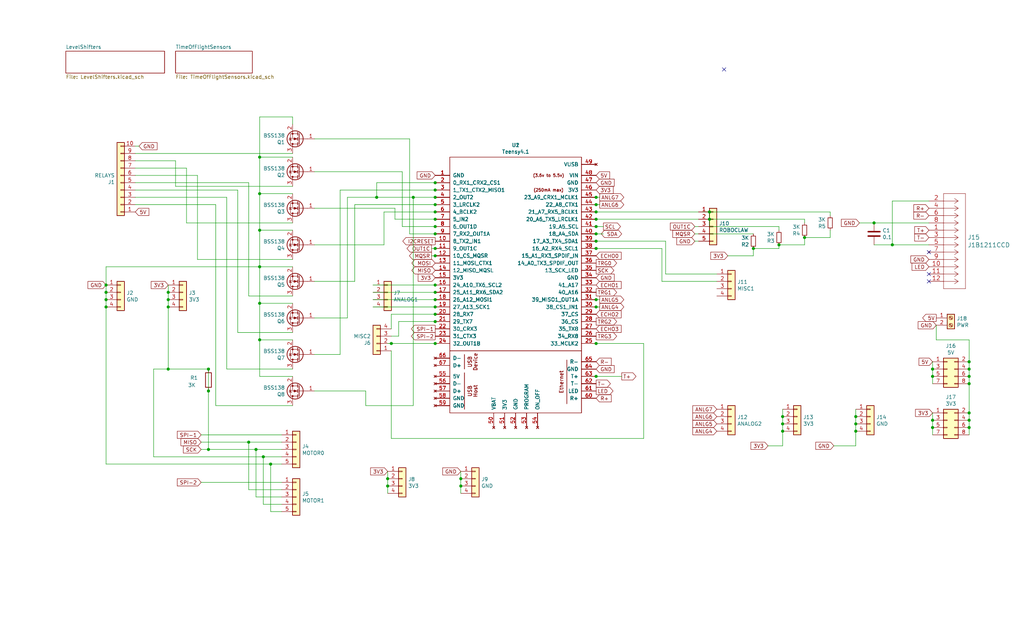
<source format=kicad_sch>
(kicad_sch (version 20250114) (generator "eeschema") (generator_version "9.0")
  (paper "USLegal")
  (title_block (title "Teensy Sensor Board") (date "2025-06-14") (rev "1") (company "Wimble Robotics"))
  (lib_symbols
    (symbol "TeensyMonitorV5-rescue:BSS138-Transistor_FET" (pin_names (hide yes))
      (property "Reference" "Q" (at 5.08 1.905 0))
      (property "Value" "BSS138-Transistor_FET" (at 5.08 0 0))
      (symbol "BSS138-Transistor_FET_0_1"
        (polyline (pts (xy 0.254 1.905) (xy 0.254 -1.905)) (stroke (width 0.254)))
        (polyline (pts (xy 0.254 0) (xy -2.54 0)))
        (polyline (pts (xy 0.762 2.286) (xy 0.762 1.27)) (stroke (width 0.254)))
        (polyline (pts (xy 0.762 0.508) (xy 0.762 -0.508)) (stroke (width 0.254)))
        (polyline (pts (xy 0.762 -1.27) (xy 0.762 -2.286)) (stroke (width 0.254)))
        (polyline (pts (xy 0.762 -1.778) (xy 3.302 -1.778) (xy 3.302 1.778) (xy 0.762 1.778)))
        (polyline (pts (xy 1.016 0) (xy 2.032 0.381) (xy 2.032 -0.381) (xy 1.016 0)) (fill (type outline)))
        (circle (center 1.651 0) (radius 2.794) (stroke (width 0.254)))
        (polyline (pts (xy 2.54 2.54) (xy 2.54 1.778)))
        (circle (center 2.54 1.778) (radius 0.254) (fill (type outline)))
        (circle (center 2.54 -1.778) (radius 0.254) (fill (type outline)))
        (polyline (pts (xy 2.54 -2.54) (xy 2.54 0) (xy 0.762 0)))
        (polyline (pts (xy 2.794 0.508) (xy 2.921 0.381) (xy 3.683 0.381) (xy 3.81 0.254)))
        (polyline (pts (xy 3.302 0.381) (xy 2.921 -0.254) (xy 3.683 -0.254) (xy 3.302 0.381)))
      )
      (symbol "BSS138-Transistor_FET_1_1"
        (pin input line (at -5.08 0 0) (length 2.54) (name "G") (number "1"))
        (pin passive line (at 2.54 5.08 270) (length 2.54) (name "D") (number "3"))
        (pin passive line (at 2.54 -5.08 90) (length 2.54) (name "S") (number "2"))
      )
    )
    (symbol "TeensyMonitorV5-rescue:C-Device" (pin_numbers (hide yes)) (pin_names (offset 0.254))
      (property "Reference" "C" (at 0.635 2.54 0))
      (property "Value" "C-Device" (at 0.635 -2.54 0))
      (symbol "C-Device_0_1"
        (polyline (pts (xy -2.032 0.762) (xy 2.032 0.762)) (stroke (width 0.508)))
        (polyline (pts (xy -2.032 -0.762) (xy 2.032 -0.762)) (stroke (width 0.508)))
      )
      (symbol "C-Device_1_1"
        (pin passive line (at 0 3.81 270) (length 2.794) (name "~") (number "1"))
        (pin passive line (at 0 -3.81 90) (length 2.794) (name "~") (number "2"))
      )
    )
    (symbol "TeensyMonitorV5-rescue:Conn_01x04-Connector_Generic" (pin_names (offset 1.016) (hide yes))
      (property "Reference" "J" (at 0 5.08 0))
      (property "Value" "Conn_01x04-Connector_Generic" (at 0 -7.62 0))
      (symbol "Conn_01x04-Connector_Generic_1_1"
        (rectangle (start -1.27 3.81) (end 1.27 -6.35) (stroke (width 0.254)) (fill (type background)))
        (rectangle (start -1.27 2.667) (end 0 2.413) (stroke (width 0.1524)))
        (rectangle (start -1.27 0.127) (end 0 -0.127) (stroke (width 0.1524)))
        (rectangle (start -1.27 -2.413) (end 0 -2.667) (stroke (width 0.1524)))
        (rectangle (start -1.27 -4.953) (end 0 -5.207) (stroke (width 0.1524)))
        (pin passive line (at -5.08 2.54 0) (length 3.81) (name "Pin_1") (number "1"))
        (pin passive line (at -5.08 0 0) (length 3.81) (name "Pin_2") (number "2"))
        (pin passive line (at -5.08 -2.54 0) (length 3.81) (name "Pin_3") (number "3"))
        (pin passive line (at -5.08 -5.08 0) (length 3.81) (name "Pin_4") (number "4"))
      )
    )
    (symbol "TeensyMonitorV5-rescue:Conn_01x05-Connector_Generic" (pin_names (offset 1.016) (hide yes))
      (property "Reference" "J" (at 0 7.62 0))
      (property "Value" "Conn_01x05-Connector_Generic" (at 0 -7.62 0))
      (symbol "Conn_01x05-Connector_Generic_1_1"
        (rectangle (start -1.27 6.35) (end 1.27 -6.35) (stroke (width 0.254)) (fill (type background)))
        (rectangle (start -1.27 5.207) (end 0 4.953) (stroke (width 0.1524)))
        (rectangle (start -1.27 2.667) (end 0 2.413) (stroke (width 0.1524)))
        (rectangle (start -1.27 0.127) (end 0 -0.127) (stroke (width 0.1524)))
        (rectangle (start -1.27 -2.413) (end 0 -2.667) (stroke (width 0.1524)))
        (rectangle (start -1.27 -4.953) (end 0 -5.207) (stroke (width 0.1524)))
        (pin passive line (at -5.08 5.08 0) (length 3.81) (name "Pin_1") (number "1"))
        (pin passive line (at -5.08 2.54 0) (length 3.81) (name "Pin_2") (number "2"))
        (pin passive line (at -5.08 0 0) (length 3.81) (name "Pin_3") (number "3"))
        (pin passive line (at -5.08 -2.54 0) (length 3.81) (name "Pin_4") (number "4"))
        (pin passive line (at -5.08 -5.08 0) (length 3.81) (name "Pin_5") (number "5"))
      )
    )
    (symbol "TeensyMonitorV5-rescue:Conn_01x10-Connector_Generic" (pin_names (offset 1.016) (hide yes))
      (property "Reference" "J" (at 0 12.7 0))
      (property "Value" "Conn_01x10-Connector_Generic" (at 0 -15.24 0))
      (symbol "Conn_01x10-Connector_Generic_1_1"
        (rectangle (start -1.27 11.43) (end 1.27 -13.97) (stroke (width 0.254)) (fill (type background)))
        (rectangle (start -1.27 10.287) (end 0 10.033) (stroke (width 0.1524)))
        (rectangle (start -1.27 7.747) (end 0 7.493) (stroke (width 0.1524)))
        (rectangle (start -1.27 5.207) (end 0 4.953) (stroke (width 0.1524)))
        (rectangle (start -1.27 2.667) (end 0 2.413) (stroke (width 0.1524)))
        (rectangle (start -1.27 0.127) (end 0 -0.127) (stroke (width 0.1524)))
        (rectangle (start -1.27 -2.413) (end 0 -2.667) (stroke (width 0.1524)))
        (rectangle (start -1.27 -4.953) (end 0 -5.207) (stroke (width 0.1524)))
        (rectangle (start -1.27 -7.493) (end 0 -7.747) (stroke (width 0.1524)))
        (rectangle (start -1.27 -10.033) (end 0 -10.287) (stroke (width 0.1524)))
        (rectangle (start -1.27 -12.573) (end 0 -12.827) (stroke (width 0.1524)))
        (pin passive line (at -5.08 10.16 0) (length 3.81) (name "Pin_1") (number "1"))
        (pin passive line (at -5.08 7.62 0) (length 3.81) (name "Pin_2") (number "2"))
        (pin passive line (at -5.08 5.08 0) (length 3.81) (name "Pin_3") (number "3"))
        (pin passive line (at -5.08 2.54 0) (length 3.81) (name "Pin_4") (number "4"))
        (pin passive line (at -5.08 0 0) (length 3.81) (name "Pin_5") (number "5"))
        (pin passive line (at -5.08 -2.54 0) (length 3.81) (name "Pin_6") (number "6"))
        (pin passive line (at -5.08 -5.08 0) (length 3.81) (name "Pin_7") (number "7"))
        (pin passive line (at -5.08 -7.62 0) (length 3.81) (name "Pin_8") (number "8"))
        (pin passive line (at -5.08 -10.16 0) (length 3.81) (name "Pin_9") (number "9"))
        (pin passive line (at -5.08 -12.7 0) (length 3.81) (name "Pin_10") (number "10"))
      )
    )
    (symbol "TeensyMonitorV5-rescue:Conn_02x04_Odd_Even-Connector_Generic" (pin_names (offset 1.016) (hide yes))
      (property "Reference" "J" (at 1.27 5.08 0))
      (property "Value" "Conn_02x04_Odd_Even-Connector_Generic" (at 1.27 -7.62 0))
      (symbol "Conn_02x04_Odd_Even-Connector_Generic_1_1"
        (rectangle (start -1.27 3.81) (end 3.81 -6.35) (stroke (width 0.254)) (fill (type background)))
        (rectangle (start -1.27 2.667) (end 0 2.413) (stroke (width 0.1524)))
        (rectangle (start -1.27 0.127) (end 0 -0.127) (stroke (width 0.1524)))
        (rectangle (start -1.27 -2.413) (end 0 -2.667) (stroke (width 0.1524)))
        (rectangle (start -1.27 -4.953) (end 0 -5.207) (stroke (width 0.1524)))
        (rectangle (start 3.81 2.667) (end 2.54 2.413) (stroke (width 0.1524)))
        (rectangle (start 3.81 0.127) (end 2.54 -0.127) (stroke (width 0.1524)))
        (rectangle (start 3.81 -2.413) (end 2.54 -2.667) (stroke (width 0.1524)))
        (rectangle (start 3.81 -4.953) (end 2.54 -5.207) (stroke (width 0.1524)))
        (pin passive line (at -5.08 2.54 0) (length 3.81) (name "Pin_1") (number "1"))
        (pin passive line (at -5.08 0 0) (length 3.81) (name "Pin_3") (number "3"))
        (pin passive line (at -5.08 -2.54 0) (length 3.81) (name "Pin_5") (number "5"))
        (pin passive line (at -5.08 -5.08 0) (length 3.81) (name "Pin_7") (number "7"))
        (pin passive line (at 7.62 2.54 180) (length 3.81) (name "Pin_2") (number "2"))
        (pin passive line (at 7.62 0 180) (length 3.81) (name "Pin_4") (number "4"))
        (pin passive line (at 7.62 -2.54 180) (length 3.81) (name "Pin_6") (number "6"))
        (pin passive line (at 7.62 -5.08 180) (length 3.81) (name "Pin_8") (number "8"))
      )
    )
    (symbol "TeensyMonitorV5-rescue:J1B1211CCD-WizNet" (pin_names (offset 0.254) (hide yes))
      (property "Reference" "J" (at 8.89 6.35 0))
      (property "Value" "J1B1211CCD-WizNet" (at 10.16 -15.24 0))
      (symbol "J1B1211CCD-WizNet_1_1"
        (polyline (pts (xy 5.08 2.54) (xy 5.08 -30.48)) (stroke (width 0.127)))
        (polyline (pts (xy 5.08 -30.48) (xy 12.7 -30.48)) (stroke (width 0.127)))
        (polyline (pts (xy 10.16 0) (xy 5.08 0)) (stroke (width 0.127)))
        (polyline (pts (xy 10.16 0) (xy 8.89 0.8382)) (stroke (width 0.127)))
        (polyline (pts (xy 10.16 0) (xy 8.89 -0.8382)) (stroke (width 0.127)))
        (polyline (pts (xy 10.16 -2.54) (xy 5.08 -2.54)) (stroke (width 0.127)))
        (polyline (pts (xy 10.16 -2.54) (xy 8.89 -1.7018)) (stroke (width 0.127)))
        (polyline (pts (xy 10.16 -2.54) (xy 8.89 -3.3782)) (stroke (width 0.127)))
        (polyline (pts (xy 10.16 -5.08) (xy 5.08 -5.08)) (stroke (width 0.127)))
        (polyline (pts (xy 10.16 -5.08) (xy 8.89 -4.2418)) (stroke (width 0.127)))
        (polyline (pts (xy 10.16 -5.08) (xy 8.89 -5.9182)) (stroke (width 0.127)))
        (polyline (pts (xy 10.16 -7.62) (xy 5.08 -7.62)) (stroke (width 0.127)))
        (polyline (pts (xy 10.16 -7.62) (xy 8.89 -6.7818)) (stroke (width 0.127)))
        (polyline (pts (xy 10.16 -7.62) (xy 8.89 -8.4582)) (stroke (width 0.127)))
        (polyline (pts (xy 10.16 -10.16) (xy 5.08 -10.16)) (stroke (width 0.127)))
        (polyline (pts (xy 10.16 -10.16) (xy 8.89 -9.3218)) (stroke (width 0.127)))
        (polyline (pts (xy 10.16 -10.16) (xy 8.89 -10.9982)) (stroke (width 0.127)))
        (polyline (pts (xy 10.16 -12.7) (xy 5.08 -12.7)) (stroke (width 0.127)))
        (polyline (pts (xy 10.16 -12.7) (xy 8.89 -11.8618)) (stroke (width 0.127)))
        (polyline (pts (xy 10.16 -12.7) (xy 8.89 -13.5382)) (stroke (width 0.127)))
        (polyline (pts (xy 10.16 -15.24) (xy 5.08 -15.24)) (stroke (width 0.127)))
        (polyline (pts (xy 10.16 -15.24) (xy 8.89 -14.4018)) (stroke (width 0.127)))
        (polyline (pts (xy 10.16 -15.24) (xy 8.89 -16.0782)) (stroke (width 0.127)))
        (polyline (pts (xy 10.16 -17.78) (xy 5.08 -17.78)) (stroke (width 0.127)))
        (polyline (pts (xy 10.16 -17.78) (xy 8.89 -16.9418)) (stroke (width 0.127)))
        (polyline (pts (xy 10.16 -17.78) (xy 8.89 -18.6182)) (stroke (width 0.127)))
        (polyline (pts (xy 10.16 -20.32) (xy 5.08 -20.32)) (stroke (width 0.127)))
        (polyline (pts (xy 10.16 -20.32) (xy 8.89 -19.4818)) (stroke (width 0.127)))
        (polyline (pts (xy 10.16 -20.32) (xy 8.89 -21.1582)) (stroke (width 0.127)))
        (polyline (pts (xy 10.16 -22.86) (xy 5.08 -22.86)) (stroke (width 0.127)))
        (polyline (pts (xy 10.16 -22.86) (xy 8.89 -22.0218)) (stroke (width 0.127)))
        (polyline (pts (xy 10.16 -22.86) (xy 8.89 -23.6982)) (stroke (width 0.127)))
        (polyline (pts (xy 10.16 -25.4) (xy 5.08 -25.4)) (stroke (width 0.127)))
        (polyline (pts (xy 10.16 -25.4) (xy 8.89 -24.5618)) (stroke (width 0.127)))
        (polyline (pts (xy 10.16 -25.4) (xy 8.89 -26.2382)) (stroke (width 0.127)))
        (polyline (pts (xy 10.16 -27.94) (xy 5.08 -27.94)) (stroke (width 0.127)))
        (polyline (pts (xy 10.16 -27.94) (xy 8.89 -27.1018)) (stroke (width 0.127)))
        (polyline (pts (xy 10.16 -27.94) (xy 8.89 -28.7782)) (stroke (width 0.127)))
        (polyline (pts (xy 12.7 2.54) (xy 5.08 2.54)) (stroke (width 0.127)))
        (polyline (pts (xy 12.7 -30.48) (xy 12.7 2.54)) (stroke (width 0.127)))
        (pin input line (at 0 0 0) (length 5.08) (name "TX_CNTR") (number "2"))
        (pin output line (at 0 -2.54 0) (length 5.08) (name "RX+") (number "4"))
        (pin output line (at 0 -5.08 0) (length 5.08) (name "RX-") (number "6"))
        (pin power_in line (at 0 -7.62 0) (length 5.08) (name "GND") (number "8"))
        (pin input line (at 0 -10.16 0) (length 5.08) (name "TX+") (number "1"))
        (pin input line (at 0 -12.7 0) (length 5.08) (name "TX-") (number "3"))
        (pin input line (at 0 -15.24 0) (length 5.08) (name "RC_CNTR") (number "5"))
        (pin no_connect line (at 0 -17.78 0) (length 5.08) (name "NC") (number "7"))
        (pin power_in line (at 0 -20.32 0) (length 5.08) (name "LEDGND") (number "9"))
        (pin input line (at 0 -22.86 0) (length 5.08) (name "LED") (number "10"))
        (pin power_in line (at 0 -25.4 0) (length 5.08) (name "LED2_GND") (number "11"))
        (pin power_in line (at 0 -27.94 0) (length 5.08) (name "LED2") (number "12"))
      )
    )
    (symbol "TeensyMonitorV5-rescue:R-Device" (pin_numbers (hide yes)) (pin_names (offset 0))
      (property "Reference" "R" (at 2.032 0 90))
      (property "Value" "R-Device" (at 0 0 90))
      (symbol "R-Device_0_1"
        (rectangle (start -1.016 -2.54) (end 1.016 2.54) (stroke (width 0.254)))
      )
      (symbol "R-Device_1_1"
        (pin passive line (at 0 3.81 270) (length 1.27) (name "~") (number "1"))
        (pin passive line (at 0 -3.81 90) (length 1.27) (name "~") (number "2"))
      )
    )
    (symbol "TeensyMonitorV5-rescue:R_Small-Device" (pin_numbers (hide yes)) (pin_names (offset 0.254) (hide yes))
      (property "Reference" "R" (at 0.762 0.508 0))
      (property "Value" "R_Small-Device" (at 0.762 -1.016 0))
      (symbol "R_Small-Device_0_1"
        (rectangle (start -0.762 1.778) (end 0.762 -1.778) (stroke (width 0.2032)))
      )
      (symbol "R_Small-Device_1_1"
        (pin passive line (at 0 2.54 270) (length 0.762) (name "~") (number "1"))
        (pin passive line (at 0 -2.54 90) (length 0.762) (name "~") (number "2"))
      )
    )
    (symbol "TeensyMonitorV5-rescue:Screw_Terminal_01x02-Connector" (pin_names (offset 1.016) (hide yes))
      (property "Reference" "J" (at 0 2.54 0))
      (property "Value" "Screw_Terminal_01x02-Connector" (at 0 -5.08 0))
      (symbol "Screw_Terminal_01x02-Connector_1_1"
        (rectangle (start -1.27 1.27) (end 1.27 -3.81) (stroke (width 0.254)) (fill (type background)))
        (polyline (pts (xy -0.5334 0.3302) (xy 0.3302 -0.508)) (stroke (width 0.1524)))
        (polyline (pts (xy -0.5334 -2.2098) (xy 0.3302 -3.048)) (stroke (width 0.1524)))
        (polyline (pts (xy -0.3556 0.508) (xy 0.508 -0.3302)) (stroke (width 0.1524)))
        (polyline (pts (xy -0.3556 -2.032) (xy 0.508 -2.8702)) (stroke (width 0.1524)))
        (circle (center 0 0) (radius 0.635) (stroke (width 0.1524)))
        (circle (center 0 -2.54) (radius 0.635) (stroke (width 0.1524)))
        (pin passive line (at -5.08 0 0) (length 3.81) (name "Pin_1") (number "1"))
        (pin passive line (at -5.08 -2.54 0) (length 3.81) (name "Pin_2") (number "2"))
      )
    )
    (symbol "TeensyMonitorV5-rescue:Teensy4.1-teensy" (pin_names (offset 1.016))
      (property "Reference" "U" (at 0 64.77 0))
      (property "Value" "Teensy4.1-teensy" (at 0 62.23 0))
      (symbol "Teensy4.1-teensy_0_0"
        (polyline (pts (xy -22.86 -6.35) (xy 22.86 -6.35)))
        (polyline (pts (xy -17.78 -7.62) (xy -17.78 -12.7)))
        (polyline (pts (xy -17.78 -26.67) (xy -17.78 -13.97)))
        (polyline (pts (xy 17.78 -9.525) (xy 17.78 -24.765)))
        (text "USB" (at -15.875 -10.16 900) (effects (font (size 1.27 1.27))))
        (text "USB" (at -15.875 -20.32 900) (effects (font (size 1.27 1.27))))
        (text "Device" (at -13.97 -10.16 900) (effects (font (size 1.27 1.27))))
        (text "Host" (at -13.97 -20.32 900) (effects (font (size 1.27 1.27))))
        (text "(3.6v to 5.5v)" (at 11.43 54.61 0) (effects (font (size 1.016 1.016))))
        (text "(250mA max)" (at 11.43 49.53 0) (effects (font (size 1.016 1.016))))
        (text "Ethernet" (at 15.875 -17.145 900) (effects (font (size 1.27 1.27))))
        (pin bidirectional line (at -27.94 44.45 0) (length 5.08) (name "3_LRCLK2") (number "5"))
        (pin bidirectional line (at -27.94 41.91 0) (length 5.08) (name "4_BCLK2") (number "6"))
        (pin bidirectional line (at -27.94 39.37 0) (length 5.08) (name "5_IN2") (number "7"))
        (pin bidirectional line (at -27.94 36.83 0) (length 5.08) (name "6_OUT1D") (number "8"))
        (pin bidirectional line (at -27.94 34.29 0) (length 5.08) (name "7_RX2_OUT1A") (number "9"))
        (pin bidirectional line (at -27.94 31.75 0) (length 5.08) (name "8_TX2_IN1") (number "10"))
        (pin bidirectional line (at -27.94 29.21 0) (length 5.08) (name "9_OUT1C") (number "11"))
        (pin bidirectional line (at -27.94 26.67 0) (length 5.08) (name "10_CS_MQSR") (number "12"))
        (pin bidirectional line (at -27.94 24.13 0) (length 5.08) (name "11_MOSI_CTX1") (number "13"))
        (pin bidirectional line (at -27.94 21.59 0) (length 5.08) (name "12_MISO_MQSL") (number "14"))
        (pin power_in line (at -27.94 19.05 0) (length 5.08) (name "3V3") (number "15"))
        (pin bidirectional line (at -27.94 16.51 0) (length 5.08) (name "24_A10_TX6_SCL2") (number "16"))
        (pin bidirectional line (at -27.94 13.97 0) (length 5.08) (name "25_A11_RX6_SDA2") (number "17"))
        (pin bidirectional line (at -27.94 11.43 0) (length 5.08) (name "26_A12_MOSI1") (number "18"))
        (pin bidirectional line (at -27.94 8.89 0) (length 5.08) (name "27_A13_SCK1") (number "19"))
        (pin bidirectional line (at -27.94 6.35 0) (length 5.08) (name "28_RX7") (number "20"))
        (pin bidirectional line (at -27.94 3.81 0) (length 5.08) (name "29_TX7") (number "21"))
        (pin bidirectional line (at -27.94 1.27 0) (length 5.08) (name "30_CRX3") (number "22"))
        (pin bidirectional line (at -27.94 -1.27 0) (length 5.08) (name "31_CTX3") (number "23"))
        (pin bidirectional line (at -27.94 -3.81 0) (length 5.08) (name "32_OUT1B") (number "24"))
        (pin no_connect line (at -27.94 -8.89 0) (length 5.08) (name "D-") (number "66"))
        (pin no_connect line (at -27.94 -11.43 0) (length 5.08) (name "D+") (number "67"))
        (pin no_connect line (at -27.94 -15.24 0) (length 5.08) (name "5V") (number "55"))
        (pin no_connect line (at -27.94 -17.78 0) (length 5.08) (name "D-") (number "56"))
        (pin no_connect line (at -27.94 -20.32 0) (length 5.08) (name "D+") (number "57"))
        (pin no_connect line (at -27.94 -22.86 0) (length 5.08) (name "GND") (number "58"))
        (pin no_connect line (at -27.94 -25.4 0) (length 5.08) (name "GND") (number "59"))
        (pin no_connect line (at -7.62 -33.02 90) (length 5.08) (name "VBAT") (number "50"))
        (pin no_connect line (at -3.81 -33.02 90) (length 5.08) (name "3V3") (number "51"))
        (pin no_connect line (at 0 -33.02 90) (length 5.08) (name "GND") (number "52"))
        (pin no_connect line (at 3.81 -33.02 90) (length 5.08) (name "PROGRAM") (number "53"))
        (pin no_connect line (at 7.62 -33.02 90) (length 5.08) (name "ON_OFF") (number "54"))
        (pin no_connect line (at 27.94 58.42 180) (length 5.08) (name "VUSB") (number "49"))
        (pin power_in line (at 27.94 54.61 180) (length 5.08) (name "VIN") (number "48"))
        (pin output line (at 27.94 52.07 180) (length 5.08) (name "GND") (number "47"))
        (pin output line (at 27.94 49.53 180) (length 5.08) (name "3V3") (number "46"))
        (pin bidirectional line (at 27.94 46.99 180) (length 5.08) (name "23_A9_CRX1_MCLK1") (number "45"))
        (pin bidirectional line (at 27.94 44.45 180) (length 5.08) (name "22_A8_CTX1") (number "44"))
        (pin bidirectional line (at 27.94 41.91 180) (length 5.08) (name "21_A7_RX5_BCLK1") (number "43"))
        (pin bidirectional line (at 27.94 39.37 180) (length 5.08) (name "20_A6_TX5_LRCLK1") (number "42"))
        (pin bidirectional line (at 27.94 36.83 180) (length 5.08) (name "19_A5_SCL") (number "41"))
        (pin bidirectional line (at 27.94 34.29 180) (length 5.08) (name "18_A4_SDA") (number "40"))
        (pin bidirectional line (at 27.94 31.75 180) (length 5.08) (name "17_A3_TX4_SDA1") (number "39"))
        (pin bidirectional line (at 27.94 29.21 180) (length 5.08) (name "16_A2_RX4_SCL1") (number "38"))
        (pin bidirectional line (at 27.94 26.67 180) (length 5.08) (name "15_A1_RX3_SPDIF_IN") (number "37"))
        (pin bidirectional line (at 27.94 24.13 180) (length 5.08) (name "14_A0_TX3_SPDIF_OUT") (number "36"))
        (pin bidirectional line (at 27.94 21.59 180) (length 5.08) (name "13_SCK_LED") (number "35"))
        (pin bidirectional line (at 27.94 16.51 180) (length 5.08) (name "41_A17") (number "33"))
        (pin bidirectional line (at 27.94 13.97 180) (length 5.08) (name "40_A16") (number "32"))
        (pin bidirectional line (at 27.94 11.43 180) (length 5.08) (name "39_MISO1_OUT1A") (number "31"))
        (pin bidirectional line (at 27.94 8.89 180) (length 5.08) (name "38_CS1_IN1") (number "30"))
        (pin bidirectional line (at 27.94 6.35 180) (length 5.08) (name "37_CS") (number "29"))
        (pin bidirectional line (at 27.94 3.81 180) (length 5.08) (name "36_CS") (number "28"))
        (pin bidirectional line (at 27.94 1.27 180) (length 5.08) (name "35_TX8") (number "27"))
        (pin bidirectional line (at 27.94 -1.27 180) (length 5.08) (name "34_RX8") (number "26"))
        (pin bidirectional line (at 27.94 -3.81 180) (length 5.08) (name "33_MCLK2") (number "25"))
        (pin input line (at 27.94 -10.16 180) (length 5.08) (name "R-") (number "65"))
        (pin power_in line (at 27.94 -12.7 180) (length 5.08) (name "GND") (number "64"))
        (pin output line (at 27.94 -15.24 180) (length 5.08) (name "T+") (number "63"))
        (pin output line (at 27.94 -17.78 180) (length 5.08) (name "T-") (number "62"))
        (pin power_out line (at 27.94 -20.32 180) (length 5.08) (name "LED") (number "61"))
        (pin input line (at 27.94 -22.86 180) (length 5.08) (name "R+") (number "60"))
      )
      (symbol "Teensy4.1-teensy_0_1"
        (rectangle (start -22.86 60.96) (end 22.86 -27.94))
        (rectangle (start -20.32 -1.27) (end -20.32 -1.27))
      )
      (symbol "Teensy4.1-teensy_1_1"
        (pin power_in line (at -27.94 54.61 0) (length 5.08) (name "GND") (number "1"))
        (pin bidirectional line (at -27.94 52.07 0) (length 5.08) (name "0_RX1_CRX2_CS1") (number "2"))
        (pin bidirectional line (at -27.94 49.53 0) (length 5.08) (name "1_TX1_CTX2_MISO1") (number "3"))
        (pin bidirectional line (at -27.94 46.99 0) (length 5.08) (name "2_OUT2") (number "4"))
        (pin power_in line (at 27.94 19.05 180) (length 5.08) (name "GND") (number "34"))
      )
    )
  )
  (junction (at 151.13 73.66))
  (junction (at 151.13 111.76))
  (junction (at 151.13 109.22))
  (junction (at 151.13 76.2))
  (junction (at 323.85 146.05))
  (junction (at 336.55 133.35))
  (junction (at 151.13 104.14))
  (junction (at 207.01 73.66))
  (junction (at 297.18 149.86))
  (junction (at 72.39 156.21))
  (junction (at 58.42 101.6))
  (junction (at 72.39 135.89))
  (junction (at 323.85 128.27))
  (junction (at 246.38 76.2))
  (junction (at 160.02 166.37))
  (junction (at 151.13 68.58))
  (junction (at 336.55 143.51))
  (junction (at 130.81 68.58))
  (junction (at 207.01 71.12))
  (junction (at 297.18 144.78))
  (junction (at 93.98 161.29))
  (junction (at 151.13 71.12))
  (junction (at 72.39 128.27))
  (junction (at 134.62 166.37))
  (junction (at 270.51 85.09))
  (junction (at 151.13 106.68))
  (junction (at 261.62 86.36))
  (junction (at 134.62 168.91))
  (junction (at 86.36 153.67))
  (junction (at 336.55 128.27))
  (junction (at 303.53 77.47))
  (junction (at 90.17 118.11))
  (junction (at 151.13 78.74))
  (junction (at 90.17 80.01))
  (junction (at 207.01 68.58))
  (junction (at 207.01 83.82))
  (junction (at 160.02 168.91))
  (junction (at 58.42 128.27))
  (junction (at 151.13 63.5))
  (junction (at 151.13 81.28))
  (junction (at 151.13 86.36))
  (junction (at 151.13 99.06))
  (junction (at 271.78 149.86))
  (junction (at 207.01 86.36))
  (junction (at 279.4 82.55))
  (junction (at 323.85 148.59))
  (junction (at 91.44 158.75))
  (junction (at 143.51 68.58))
  (junction (at 309.88 85.09))
  (junction (at 90.17 105.41))
  (junction (at 36.83 99.06))
  (junction (at 90.17 54.61))
  (junction (at 271.78 147.32))
  (junction (at 336.55 130.81))
  (junction (at 207.01 81.28))
  (junction (at 90.17 92.71))
  (junction (at 207.01 130.81))
  (junction (at 36.83 101.6))
  (junction (at 246.38 73.66))
  (junction (at 323.85 130.81))
  (junction (at 36.83 106.68))
  (junction (at 207.01 76.2))
  (junction (at 207.01 78.74))
  (junction (at 336.55 148.59))
  (junction (at 207.01 106.68))
  (junction (at 297.18 147.32))
  (junction (at 151.13 88.9))
  (junction (at 88.9 156.21))
  (junction (at 207.01 104.14))
  (junction (at 271.78 144.78))
  (junction (at 336.55 146.05))
  (junction (at 135.89 119.38))
  (junction (at 58.42 106.68))
  (junction (at 151.13 66.04))
  (junction (at 58.42 104.14))
  (junction (at 151.13 119.38))
  (junction (at 207.01 119.38))
  (junction (at 151.13 101.6))
  (junction (at 90.17 67.31))
  (junction (at 336.55 125.73))
  (junction (at 36.83 104.14))
  (no_connect (at 322.58 87.63))
  (no_connect (at 322.58 95.25))
  (no_connect (at 251.46 24.13))
  (no_connect (at 322.58 97.79))
  (wire (pts (xy 109.22 97.79) (xy 123.19 97.79)))
  (wire (pts (xy 246.38 78.74) (xy 270.51 78.74)))
  (wire (pts (xy 46.99 60.96) (xy 68.58 60.96)))
  (wire (pts (xy 101.6 118.11) (xy 90.17 118.11)))
  (wire (pts (xy 279.4 85.09) (xy 270.51 85.09)))
  (wire (pts (xy 90.17 54.61) (xy 90.17 67.31)))
  (wire (pts (xy 241.3 78.74) (xy 242.57 78.74)))
  (wire (pts (xy 336.55 130.81) (xy 336.55 133.35)))
  (wire (pts (xy 207.01 83.82) (xy 231.14 83.82)))
  (wire (pts (xy 160.02 163.83) (xy 160.02 166.37)))
  (wire (pts (xy 64.77 77.47) (xy 101.6 77.47)))
  (wire (pts (xy 127 140.97) (xy 143.51 140.97)))
  (wire (pts (xy 270.51 78.74) (xy 270.51 80.01)))
  (wire (pts (xy 271.78 147.32) (xy 271.78 149.86)))
  (wire (pts (xy 86.36 170.18) (xy 86.36 153.67)))
  (wire (pts (xy 151.13 81.28) (xy 142.24 81.28)))
  (wire (pts (xy 207.01 86.36) (xy 229.87 86.36)))
  (wire (pts (xy 297.18 147.32) (xy 297.18 149.86)))
  (wire (pts (xy 93.98 161.29) (xy 97.79 161.29)))
  (wire (pts (xy 241.3 83.82) (xy 242.57 83.82)))
  (wire (pts (xy 207.01 106.68) (xy 208.28 106.68)))
  (wire (pts (xy 90.17 54.61) (xy 90.17 40.64)))
  (wire (pts (xy 288.29 82.55) (xy 279.4 82.55)))
  (wire (pts (xy 134.62 119.38) (xy 135.89 119.38)))
  (wire (pts (xy 207.01 71.12) (xy 208.28 71.12)))
  (wire (pts (xy 322.58 69.85) (xy 309.88 69.85)))
  (wire (pts (xy 151.13 111.76) (xy 138.43 111.76)))
  (wire (pts (xy 93.98 177.8) (xy 93.98 161.29)))
  (wire (pts (xy 241.3 81.28) (xy 242.57 81.28)))
  (wire (pts (xy 69.85 151.13) (xy 97.79 151.13)))
  (wire (pts (xy 46.99 71.12) (xy 74.93 71.12)))
  (wire (pts (xy 246.38 76.2) (xy 279.4 76.2)))
  (wire (pts (xy 133.35 73.66) (xy 151.13 73.66)))
  (wire (pts (xy 90.17 118.11) (xy 90.17 130.81)))
  (wire (pts (xy 97.79 170.18) (xy 86.36 170.18)))
  (wire (pts (xy 207.01 76.2) (xy 242.57 76.2)))
  (wire (pts (xy 120.65 110.49) (xy 120.65 68.58)))
  (wire (pts (xy 53.34 158.75) (xy 91.44 158.75)))
  (wire (pts (xy 246.38 81.28) (xy 261.62 81.28)))
  (wire (pts (xy 90.17 67.31) (xy 90.17 80.01)))
  (wire (pts (xy 271.78 144.78) (xy 271.78 147.32)))
  (wire (pts (xy 46.99 55.88) (xy 60.96 55.88)))
  (wire (pts (xy 271.78 142.24) (xy 271.78 144.78)))
  (wire (pts (xy 134.62 168.91) (xy 134.62 171.45)))
  (wire (pts (xy 137.16 76.2) (xy 151.13 76.2)))
  (wire (pts (xy 46.99 53.34) (xy 101.6 53.34)))
  (wire (pts (xy 135.89 109.22) (xy 135.89 114.3)))
  (wire (pts (xy 88.9 172.72) (xy 88.9 156.21)))
  (wire (pts (xy 231.14 83.82) (xy 231.14 95.25)))
  (wire (pts (xy 288.29 74.93) (xy 288.29 73.66)))
  (wire (pts (xy 151.13 78.74) (xy 139.7 78.74)))
  (wire (pts (xy 142.24 48.26) (xy 109.22 48.26)))
  (wire (pts (xy 336.55 148.59) (xy 336.55 146.05)))
  (wire (pts (xy 246.38 73.66) (xy 246.38 76.2)))
  (wire (pts (xy 129.54 99.06) (xy 151.13 99.06)))
  (wire (pts (xy 336.55 146.05) (xy 336.55 143.51)))
  (wire (pts (xy 336.55 125.73) (xy 336.55 118.11)))
  (wire (pts (xy 72.39 128.27) (xy 72.39 135.89)))
  (wire (pts (xy 130.81 68.58) (xy 130.81 63.5)))
  (wire (pts (xy 134.62 163.83) (xy 134.62 166.37)))
  (wire (pts (xy 90.17 40.64) (xy 101.6 40.64)))
  (wire (pts (xy 127 135.89) (xy 109.22 135.89)))
  (wire (pts (xy 336.55 130.81) (xy 336.55 128.27)))
  (wire (pts (xy 109.22 110.49) (xy 120.65 110.49)))
  (wire (pts (xy 101.6 105.41) (xy 90.17 105.41)))
  (wire (pts (xy 309.88 85.09) (xy 322.58 85.09)))
  (wire (pts (xy 207.01 81.28) (xy 209.55 81.28)))
  (wire (pts (xy 74.93 140.97) (xy 101.6 140.97)))
  (wire (pts (xy 97.79 177.8) (xy 93.98 177.8)))
  (wire (pts (xy 91.44 175.26) (xy 91.44 158.75)))
  (wire (pts (xy 97.79 153.67) (xy 86.36 153.67)))
  (wire (pts (xy 36.83 101.6) (xy 36.83 104.14)))
  (wire (pts (xy 229.87 97.79) (xy 248.92 97.79)))
  (wire (pts (xy 90.17 92.71) (xy 36.83 92.71)))
  (wire (pts (xy 160.02 168.91) (xy 160.02 171.45)))
  (wire (pts (xy 143.51 68.58) (xy 151.13 68.58)))
  (wire (pts (xy 68.58 60.96) (xy 68.58 90.17)))
  (wire (pts (xy 90.17 92.71) (xy 90.17 105.41)))
  (wire (pts (xy 58.42 106.68) (xy 58.42 128.27)))
  (wire (pts (xy 88.9 156.21) (xy 97.79 156.21)))
  (wire (pts (xy 109.22 123.19) (xy 118.11 123.19)))
  (wire (pts (xy 288.29 80.01) (xy 288.29 82.55)))
  (wire (pts (xy 323.85 146.05) (xy 323.85 143.51)))
  (wire (pts (xy 127 140.97) (xy 127 135.89)))
  (wire (pts (xy 86.36 153.67) (xy 69.85 153.67)))
  (wire (pts (xy 58.42 128.27) (xy 72.39 128.27)))
  (wire (pts (xy 151.13 109.22) (xy 135.89 109.22)))
  (wire (pts (xy 229.87 86.36) (xy 229.87 97.79)))
  (wire (pts (xy 60.96 64.77) (xy 101.6 64.77)))
  (wire (pts (xy 109.22 85.09) (xy 133.35 85.09)))
  (wire (pts (xy 86.36 102.87) (xy 101.6 102.87)))
  (wire (pts (xy 207.01 119.38) (xy 223.52 119.38)))
  (wire (pts (xy 135.89 152.4) (xy 135.89 121.92)))
  (wire (pts (xy 288.29 73.66) (xy 246.38 73.66)))
  (wire (pts (xy 323.85 130.81) (xy 323.85 128.27)))
  (wire (pts (xy 297.18 142.24) (xy 297.18 144.78)))
  (wire (pts (xy 97.79 172.72) (xy 88.9 172.72)))
  (wire (pts (xy 78.74 128.27) (xy 78.74 68.58)))
  (wire (pts (xy 120.65 68.58) (xy 130.81 68.58)))
  (wire (pts (xy 142.24 81.28) (xy 142.24 48.26)))
  (wire (pts (xy 36.83 99.06) (xy 36.83 101.6)))
  (wire (pts (xy 303.53 77.47) (xy 322.58 77.47)))
  (wire (pts (xy 297.18 154.94) (xy 289.56 154.94)))
  (wire (pts (xy 271.78 154.94) (xy 266.7 154.94)))
  (wire (pts (xy 271.78 149.86) (xy 271.78 154.94)))
  (wire (pts (xy 215.9 130.81) (xy 207.01 130.81)))
  (wire (pts (xy 78.74 128.27) (xy 101.6 128.27)))
  (wire (pts (xy 323.85 151.13) (xy 323.85 148.59)))
  (wire (pts (xy 101.6 40.64) (xy 101.6 43.18)))
  (wire (pts (xy 243.84 73.66) (xy 246.38 73.66)))
  (wire (pts (xy 149.86 88.9) (xy 151.13 88.9)))
  (wire (pts (xy 133.35 85.09) (xy 133.35 73.66)))
  (wire (pts (xy 97.79 167.64) (xy 69.85 167.64)))
  (wire (pts (xy 129.54 106.68) (xy 151.13 106.68)))
  (wire (pts (xy 279.4 82.55) (xy 279.4 85.09)))
  (wire (pts (xy 90.17 105.41) (xy 90.17 118.11)))
  (wire (pts (xy 118.11 66.04) (xy 151.13 66.04)))
  (wire (pts (xy 64.77 58.42) (xy 64.77 77.47)))
  (wire (pts (xy 323.85 128.27) (xy 323.85 125.73)))
  (wire (pts (xy 69.85 156.21) (xy 72.39 156.21)))
  (wire (pts (xy 123.19 97.79) (xy 123.19 71.12)))
  (wire (pts (xy 101.6 54.61) (xy 90.17 54.61)))
  (wire (pts (xy 101.6 92.71) (xy 90.17 92.71)))
  (wire (pts (xy 138.43 116.84) (xy 135.89 116.84)))
  (wire (pts (xy 53.34 158.75) (xy 53.34 128.27)))
  (wire (pts (xy 134.62 166.37) (xy 134.62 168.91)))
  (wire (pts (xy 74.93 71.12) (xy 74.93 140.97)))
  (wire (pts (xy 86.36 102.87) (xy 86.36 63.5)))
  (wire (pts (xy 336.55 151.13) (xy 336.55 148.59)))
  (wire (pts (xy 207.01 104.14) (xy 208.28 104.14)))
  (wire (pts (xy 325.12 113.03) (xy 325.12 118.11)))
  (wire (pts (xy 101.6 130.81) (xy 90.17 130.81)))
  (wire (pts (xy 101.6 80.01) (xy 90.17 80.01)))
  (wire (pts (xy 72.39 156.21) (xy 88.9 156.21)))
  (wire (pts (xy 97.79 175.26) (xy 91.44 175.26)))
  (wire (pts (xy 223.52 152.4) (xy 135.89 152.4)))
  (wire (pts (xy 46.99 58.42) (xy 64.77 58.42)))
  (wire (pts (xy 279.4 76.2) (xy 279.4 77.47)))
  (wire (pts (xy 160.02 166.37) (xy 160.02 168.91)))
  (wire (pts (xy 82.55 115.57) (xy 101.6 115.57)))
  (wire (pts (xy 270.51 86.36) (xy 261.62 86.36)))
  (wire (pts (xy 68.58 90.17) (xy 101.6 90.17)))
  (wire (pts (xy 252.73 88.9) (xy 261.62 88.9)))
  (wire (pts (xy 36.83 161.29) (xy 93.98 161.29)))
  (wire (pts (xy 129.54 104.14) (xy 151.13 104.14)))
  (wire (pts (xy 207.01 68.58) (xy 208.28 68.58)))
  (wire (pts (xy 323.85 133.35) (xy 323.85 130.81)))
  (wire (pts (xy 139.7 78.74) (xy 139.7 59.69)))
  (wire (pts (xy 36.83 106.68) (xy 36.83 161.29)))
  (wire (pts (xy 82.55 115.57) (xy 82.55 66.04)))
  (wire (pts (xy 336.55 143.51) (xy 336.55 133.35)))
  (wire (pts (xy 129.54 101.6) (xy 151.13 101.6)))
  (wire (pts (xy 325.12 118.11) (xy 336.55 118.11)))
  (wire (pts (xy 139.7 59.69) (xy 109.22 59.69)))
  (wire (pts (xy 138.43 111.76) (xy 138.43 116.84)))
  (wire (pts (xy 46.99 66.04) (xy 82.55 66.04)))
  (wire (pts (xy 223.52 119.38) (xy 223.52 152.4)))
  (wire (pts (xy 109.22 72.39) (xy 137.16 72.39)))
  (wire (pts (xy 58.42 99.06) (xy 58.42 101.6)))
  (wire (pts (xy 36.83 104.14) (xy 36.83 106.68)))
  (wire (pts (xy 36.83 92.71) (xy 36.83 99.06)))
  (wire (pts (xy 207.01 78.74) (xy 209.55 78.74)))
  (wire (pts (xy 261.62 88.9) (xy 261.62 86.36)))
  (wire (pts (xy 58.42 101.6) (xy 58.42 104.14)))
  (wire (pts (xy 137.16 72.39) (xy 137.16 76.2)))
  (wire (pts (xy 97.79 158.75) (xy 91.44 158.75)))
  (wire (pts (xy 123.19 71.12) (xy 151.13 71.12)))
  (wire (pts (xy 101.6 67.31) (xy 90.17 67.31)))
  (wire (pts (xy 246.38 76.2) (xy 246.38 78.74)))
  (wire (pts (xy 143.51 68.58) (xy 143.51 140.97)))
  (wire (pts (xy 323.85 148.59) (xy 323.85 146.05)))
  (wire (pts (xy 118.11 123.19) (xy 118.11 66.04)))
  (wire (pts (xy 303.53 85.09) (xy 309.88 85.09)))
  (wire (pts (xy 270.51 85.09) (xy 270.51 86.36)))
  (wire (pts (xy 297.18 149.86) (xy 297.18 154.94)))
  (wire (pts (xy 149.86 86.36) (xy 151.13 86.36)))
  (wire (pts (xy 231.14 95.25) (xy 248.92 95.25)))
  (wire (pts (xy 46.99 63.5) (xy 86.36 63.5)))
  (wire (pts (xy 48.26 50.8) (xy 46.99 50.8)))
  (wire (pts (xy 143.51 68.58) (xy 130.81 68.58)))
  (wire (pts (xy 297.18 144.78) (xy 297.18 147.32)))
  (wire (pts (xy 53.34 128.27) (xy 58.42 128.27)))
  (wire (pts (xy 90.17 80.01) (xy 90.17 92.71)))
  (wire (pts (xy 309.88 69.85) (xy 309.88 85.09)))
  (wire (pts (xy 46.99 68.58) (xy 78.74 68.58)))
  (wire (pts (xy 336.55 128.27) (xy 336.55 125.73)))
  (wire (pts (xy 207.01 73.66) (xy 242.57 73.66)))
  (wire (pts (xy 58.42 104.14) (xy 58.42 106.68)))
  (wire (pts (xy 72.39 135.89) (xy 72.39 156.21)))
  (wire (pts (xy 135.89 119.38) (xy 151.13 119.38)))
  (wire (pts (xy 60.96 55.88) (xy 60.96 64.77)))
  (wire (pts (xy 298.45 77.47) (xy 303.53 77.47)))
  (wire (pts (xy 130.81 63.5) (xy 151.13 63.5)))
  (global_label "GND" (shape input) (at 36.83 99.06 180) (property "Intersheetrefs" "${INTERSHEET_REFS}" (effects (hide yes))))
  (global_label "GND" (shape input) (at 241.3 83.82 180) (property "Intersheetrefs" "${INTERSHEET_REFS}" (effects (hide yes))))
  (global_label "T+" (shape output) (at 215.9 130.81 0) (property "Intersheetrefs" "${INTERSHEET_REFS}" (effects (hide yes))))
  (global_label "3V3" (shape input) (at 207.01 66.04 0) (property "Intersheetrefs" "${INTERSHEET_REFS}" (effects (hide yes))))
  (global_label "TRG3" (shape output) (at 207.01 116.84 0) (property "Intersheetrefs" "${INTERSHEET_REFS}" (effects (hide yes))))
  (global_label "MOSI" (shape bidirectional) (at 151.13 91.44 180) (property "Intersheetrefs" "${INTERSHEET_REFS}" (effects (hide yes))))
  (global_label "GND" (shape input) (at 289.56 154.94 180) (property "Intersheetrefs" "${INTERSHEET_REFS}" (effects (hide yes))))
  (global_label "MISO" (shape bidirectional) (at 151.13 93.98 180) (property "Intersheetrefs" "${INTERSHEET_REFS}" (effects (hide yes))))
  (global_label "MISO" (shape input) (at 69.85 153.67 180) (property "Intersheetrefs" "${INTERSHEET_REFS}" (effects (hide yes))))
  (global_label "3V3" (shape input) (at 134.62 163.83 180) (property "Intersheetrefs" "${INTERSHEET_REFS}" (effects (hide yes))))
  (global_label "SCK" (shape input) (at 69.85 156.21 180) (property "Intersheetrefs" "${INTERSHEET_REFS}" (effects (hide yes))))
  (global_label "3V3" (shape input) (at 151.13 96.52 180) (property "Intersheetrefs" "${INTERSHEET_REFS}" (effects (hide yes))))
  (global_label "5V" (shape input) (at 323.85 125.73 180) (property "Intersheetrefs" "${INTERSHEET_REFS}" (effects (hide yes))))
  (global_label "ECHO2" (shape input) (at 207.01 109.22 0) (property "Intersheetrefs" "${INTERSHEET_REFS}" (effects (hide yes))))
  (global_label "GND" (shape input) (at 207.01 128.27 0) (property "Intersheetrefs" "${INTERSHEET_REFS}" (effects (hide yes))))
  (global_label "SCL" (shape output) (at 209.55 78.74 0) (property "Intersheetrefs" "${INTERSHEET_REFS}" (effects (hide yes))))
  (global_label "T-" (shape output) (at 207.01 133.35 0) (property "Intersheetrefs" "${INTERSHEET_REFS}" (effects (hide yes))))
  (global_label "ANLG4" (shape input) (at 248.92 149.86 180) (property "Intersheetrefs" "${INTERSHEET_REFS}" (effects (hide yes))))
  (global_label "SDA" (shape bidirectional) (at 215.9 81.28 180) (property "Intersheetrefs" "${INTERSHEET_REFS}" (effects (hide yes))))
  (global_label "TRG1" (shape output) (at 207.01 101.6 0) (property "Intersheetrefs" "${INTERSHEET_REFS}" (effects (hide yes))))
  (global_label "GND" (shape input) (at 48.26 50.8 0) (property "Intersheetrefs" "${INTERSHEET_REFS}" (effects (hide yes))))
  (global_label "ANLG7" (shape output) (at 208.28 68.58 0) (property "Intersheetrefs" "${INTERSHEET_REFS}" (effects (hide yes))))
  (global_label "LED" (shape output) (at 207.01 135.89 0) (property "Intersheetrefs" "${INTERSHEET_REFS}" (effects (hide yes))))
  (global_label "T+" (shape input) (at 322.58 80.01 180) (property "Intersheetrefs" "${INTERSHEET_REFS}" (effects (hide yes))))
  (global_label "GND" (shape input) (at 322.58 90.17 180) (property "Intersheetrefs" "${INTERSHEET_REFS}" (effects (hide yes))))
  (global_label "R+" (shape input) (at 207.01 138.43 0) (property "Intersheetrefs" "${INTERSHEET_REFS}" (effects (hide yes))))
  (global_label "5V" (shape input) (at 207.01 60.96 0) (property "Intersheetrefs" "${INTERSHEET_REFS}" (effects (hide yes))))
  (global_label "I2CRESET" (shape output) (at 151.13 83.82 180) (property "Intersheetrefs" "${INTERSHEET_REFS}" (effects (hide yes))))
  (global_label "TRG2" (shape output) (at 207.01 111.76 0) (property "Intersheetrefs" "${INTERSHEET_REFS}" (effects (hide yes))))
  (global_label "SPI-1" (shape input) (at 69.85 151.13 180) (property "Intersheetrefs" "${INTERSHEET_REFS}" (effects (hide yes))))
  (global_label "3V3" (shape input) (at 58.42 99.06 180) (property "Intersheetrefs" "${INTERSHEET_REFS}" (effects (hide yes))))
  (global_label "LED" (shape input) (at 322.58 92.71 180) (property "Intersheetrefs" "${INTERSHEET_REFS}" (effects (hide yes))))
  (global_label "ECHO3" (shape input) (at 207.01 114.3 0) (property "Intersheetrefs" "${INTERSHEET_REFS}" (effects (hide yes))))
  (global_label "R+" (shape input) (at 322.58 72.39 180) (property "Intersheetrefs" "${INTERSHEET_REFS}" (effects (hide yes))))
  (global_label "TRG0" (shape output) (at 207.01 91.44 0) (property "Intersheetrefs" "${INTERSHEET_REFS}" (effects (hide yes))))
  (global_label "OUT1C" (shape input) (at 241.3 78.74 180) (property "Intersheetrefs" "${INTERSHEET_REFS}" (effects (hide yes))))
  (global_label "GND" (shape input) (at 207.01 63.5 0) (property "Intersheetrefs" "${INTERSHEET_REFS}" (effects (hide yes))))
  (global_label "GND" (shape input) (at 325.12 113.03 180) (property "Intersheetrefs" "${INTERSHEET_REFS}" (effects (hide yes))))
  (global_label "SPI-2" (shape input) (at 69.85 167.64 180) (property "Intersheetrefs" "${INTERSHEET_REFS}" (effects (hide yes))))
  (global_label "ECHO1" (shape input) (at 207.01 99.06 0) (property "Intersheetrefs" "${INTERSHEET_REFS}" (effects (hide yes))))
  (global_label "3V3" (shape input) (at 323.85 143.51 180) (property "Intersheetrefs" "${INTERSHEET_REFS}" (effects (hide yes))))
  (global_label "5V" (shape input) (at 46.99 73.66 0) (property "Intersheetrefs" "${INTERSHEET_REFS}" (effects (hide yes))))
  (global_label "GND" (shape input) (at 151.13 60.96 180) (property "Intersheetrefs" "${INTERSHEET_REFS}" (effects (hide yes))))
  (global_label "GND" (shape input) (at 298.45 77.47 180) (property "Intersheetrefs" "${INTERSHEET_REFS}" (effects (hide yes))))
  (global_label "ECHO0" (shape input) (at 207.01 88.9 0) (property "Intersheetrefs" "${INTERSHEET_REFS}" (effects (hide yes))))
  (global_label "ANLG4" (shape output) (at 208.28 106.68 0) (property "Intersheetrefs" "${INTERSHEET_REFS}" (effects (hide yes))))
  (global_label "GND" (shape input) (at 207.01 96.52 0) (property "Intersheetrefs" "${INTERSHEET_REFS}" (effects (hide yes))))
  (global_label "ANLG6" (shape input) (at 248.92 144.78 180) (property "Intersheetrefs" "${INTERSHEET_REFS}" (effects (hide yes))))
  (global_label "GND" (shape input) (at 160.02 163.83 180) (property "Intersheetrefs" "${INTERSHEET_REFS}" (effects (hide yes))))
  (global_label "SCK" (shape output) (at 207.01 93.98 0) (property "Intersheetrefs" "${INTERSHEET_REFS}" (effects (hide yes))))
  (global_label "3V3" (shape input) (at 266.7 154.94 180) (property "Intersheetrefs" "${INTERSHEET_REFS}" (effects (hide yes))))
  (global_label "ANLG5" (shape input) (at 248.92 147.32 180) (property "Intersheetrefs" "${INTERSHEET_REFS}" (effects (hide yes))))
  (global_label "OUT1C" (shape output) (at 149.86 86.36 180) (property "Intersheetrefs" "${INTERSHEET_REFS}" (effects (hide yes))))
  (global_label "ANLG6" (shape output) (at 208.28 71.12 0) (property "Intersheetrefs" "${INTERSHEET_REFS}" (effects (hide yes))))
  (global_label "SPI-2" (shape output) (at 151.13 116.84 180) (property "Intersheetrefs" "${INTERSHEET_REFS}" (effects (hide yes))))
  (global_label "T-" (shape input) (at 322.58 82.55 180) (property "Intersheetrefs" "${INTERSHEET_REFS}" (effects (hide yes))))
  (global_label "R-" (shape input) (at 322.58 74.93 180) (property "Intersheetrefs" "${INTERSHEET_REFS}" (effects (hide yes))))
  (global_label "ANLG7" (shape input) (at 248.92 142.24 180) (property "Intersheetrefs" "${INTERSHEET_REFS}" (effects (hide yes))))
  (global_label "R-" (shape input) (at 207.01 125.73 0) (property "Intersheetrefs" "${INTERSHEET_REFS}" (effects (hide yes))))
  (global_label "5V" (shape output) (at 325.12 110.49 180) (property "Intersheetrefs" "${INTERSHEET_REFS}" (effects (hide yes))))
  (global_label "ANLG5" (shape output) (at 208.28 104.14 0) (property "Intersheetrefs" "${INTERSHEET_REFS}" (effects (hide yes))))
  (global_label "3V3" (shape input) (at 252.73 88.9 180) (property "Intersheetrefs" "${INTERSHEET_REFS}" (effects (hide yes))))
  (global_label "MQSR" (shape input) (at 241.3 81.28 180) (property "Intersheetrefs" "${INTERSHEET_REFS}" (effects (hide yes))))
  (global_label "SPI-1" (shape output) (at 151.13 114.3 180) (property "Intersheetrefs" "${INTERSHEET_REFS}" (effects (hide yes))))
  (global_label "MQSR" (shape output) (at 149.86 88.9 180) (property "Intersheetrefs" "${INTERSHEET_REFS}" (effects (hide yes))))
  (symbol (lib_id "TeensyMonitorV5-rescue:J1B1211CCD-WizNet") (at 322.58 69.85 0) (unit 1)
    (property "Reference" "J15" (at 335.9912 82.4738 0) (effects (font (size 1.524 1.524)) (justify left)))
    (property "Value" "J1B1211CCD" (at 335.9912 85.1662 0) (effects (font (size 1.524 1.524)) (justify left)))
    (property "Footprint" "WizNet:J1B1211CCD" (effects (hide yes)))
  )
  (symbol (lib_id "TeensyMonitorV5-rescue:C-Device") (at 303.53 81.28 0) (unit 1)
    (property "Reference" "C1" (at 306.451 80.1116 0) (effects (justify left)))
    (property "Value" "0.1" (at 306.451 82.423 0) (effects (justify left)))
    (property "Footprint" "digikey-footprints:0805" (effects (hide yes)))
  )
  (symbol (lib_id "TeensyMonitorV5-rescue:Teensy4.1-teensy") (at 179.07 115.57 0) (unit 1)
    (property "Reference" "U1" (at 179.07 50.419 0))
    (property "Value" "Teensy4.1" (at 179.07 52.7304 0))
    (property "Footprint" "Teensy:Teensy41" (effects (hide yes)))
  )
  (symbol (lib_id "TeensyMonitorV5-rescue:R-Device") (at 72.39 132.08 0) (unit 1)
    (property "Reference" "R1" (at 66.04 131.318 0) (effects (justify left)))
    (property "Value" "3K" (at 65.278 133.858 0) (effects (justify left)))
    (property "Footprint" "Resistor_SMD:R_0805_2012Metric" (effects (hide yes)))
  )
  (symbol (lib_id "TeensyMonitorV5-rescue:Teensy4.1-teensy") (at 179.07 115.57 0) (unit 1)
    (property "Reference" "U2" (at 179.07 50.419 0))
    (property "Value" "Teensy4.1" (at 179.07 52.7304 0))
    (property "Footprint" "Teensy:Teensy41" (effects (hide yes)))
  )
  (symbol (lib_id "TeensyMonitorV5-rescue:BSS138-Transistor_FET") (at 104.14 135.89 180) (unit 1)
    (property "Reference" "Q8" (at 98.9584 137.0584 0) (effects (justify left)))
    (property "Value" "BSS138" (at 98.9584 134.747 0) (effects (justify left)))
    (property "Footprint" "Package_TO_SOT_SMD:SOT-23" (effects (hide yes)))
    (property "Datasheet" "https://www.onsemi.com/pub/Collateral/BSS138-D.PDF" (effects (hide yes)))
    (property "LCSC" "BSS138LT1G" (effects (hide yes)))
  )
  (symbol (lib_id "TeensyMonitorV5-rescue:BSS138-Transistor_FET") (at 104.14 123.19 180) (unit 1)
    (property "Reference" "Q7" (at 98.9584 124.3584 0) (effects (justify left)))
    (property "Value" "BSS138" (at 98.9584 122.047 0) (effects (justify left)))
    (property "Footprint" "Package_TO_SOT_SMD:SOT-23" (effects (hide yes)))
    (property "Datasheet" "https://www.onsemi.com/pub/Collateral/BSS138-D.PDF" (effects (hide yes)))
    (property "LCSC" "BSS138LT1G" (effects (hide yes)))
  )
  (symbol (lib_id "TeensyMonitorV5-rescue:BSS138-Transistor_FET") (at 104.14 110.49 180) (unit 1)
    (property "Reference" "Q6" (at 98.9584 111.6584 0) (effects (justify left)))
    (property "Value" "BSS138" (at 98.9584 109.347 0) (effects (justify left)))
    (property "Footprint" "Package_TO_SOT_SMD:SOT-23" (effects (hide yes)))
    (property "Datasheet" "https://www.onsemi.com/pub/Collateral/BSS138-D.PDF" (effects (hide yes)))
    (property "LCSC" "BSS138LT1G" (effects (hide yes)))
  )
  (symbol (lib_id "TeensyMonitorV5-rescue:BSS138-Transistor_FET") (at 104.14 85.09 180) (unit 1)
    (property "Reference" "Q4" (at 98.9584 86.2584 0) (effects (justify left)))
    (property "Value" "BSS138" (at 98.9584 83.947 0) (effects (justify left)))
    (property "Footprint" "Package_TO_SOT_SMD:SOT-23" (effects (hide yes)))
    (property "Datasheet" "https://www.onsemi.com/pub/Collateral/BSS138-D.PDF" (effects (hide yes)))
    (property "LCSC" "BSS138LT1G" (effects (hide yes)))
  )
  (symbol (lib_id "TeensyMonitorV5-rescue:BSS138-Transistor_FET") (at 104.14 97.79 180) (unit 1)
    (property "Reference" "Q5" (at 98.9584 98.9584 0) (effects (justify left)))
    (property "Value" "BSS138" (at 98.9584 96.647 0) (effects (justify left)))
    (property "Footprint" "Package_TO_SOT_SMD:SOT-23" (effects (hide yes)))
    (property "Datasheet" "https://www.onsemi.com/pub/Collateral/BSS138-D.PDF" (effects (hide yes)))
    (property "LCSC" "BSS138LT1G" (effects (hide yes)))
  )
  (symbol (lib_id "TeensyMonitorV5-rescue:BSS138-Transistor_FET") (at 104.14 72.39 180) (unit 1)
    (property "Reference" "Q3" (at 98.9584 73.5584 0) (effects (justify left)))
    (property "Value" "BSS138" (at 98.9584 71.247 0) (effects (justify left)))
    (property "Footprint" "Package_TO_SOT_SMD:SOT-23" (effects (hide yes)))
    (property "Datasheet" "https://www.onsemi.com/pub/Collateral/BSS138-D.PDF" (effects (hide yes)))
    (property "LCSC" "BSS138LT1G" (effects (hide yes)))
  )
  (symbol (lib_id "TeensyMonitorV5-rescue:BSS138-Transistor_FET") (at 104.14 59.69 180) (unit 1)
    (property "Reference" "Q2" (at 98.9584 60.8584 0) (effects (justify left)))
    (property "Value" "BSS138" (at 98.9584 58.547 0) (effects (justify left)))
    (property "Footprint" "Package_TO_SOT_SMD:SOT-23" (effects (hide yes)))
    (property "Datasheet" "https://www.onsemi.com/pub/Collateral/BSS138-D.PDF" (effects (hide yes)))
    (property "LCSC" "BSS138LT1G" (effects (hide yes)))
  )
  (symbol (lib_id "TeensyMonitorV5-rescue:BSS138-Transistor_FET") (at 104.14 48.26 180) (unit 1)
    (property "Reference" "Q1" (at 98.9584 49.4284 0) (effects (justify left)))
    (property "Value" "BSS138" (at 98.9584 47.117 0) (effects (justify left)))
    (property "Footprint" "Package_TO_SOT_SMD:SOT-23" (effects (hide yes)))
    (property "Datasheet" "https://www.onsemi.com/pub/Collateral/BSS138-D.PDF" (effects (hide yes)))
    (property "LCSC" "BSS138LT1G" (effects (hide yes)))
  )
  (symbol (lib_id "TeensyMonitorV5-rescue:Conn_01x10-Connector_Generic") (at 41.91 63.5 180) (unit 1)
    (property "Reference" "J1" (at 39.878 63.2968 0) (effects (justify left)))
    (property "Value" "RELAYS" (at 39.878 60.9854 0) (effects (justify left)))
    (property "Footprint" "Connector_Molex:533751010" (effects (hide yes)))
    (property "LCSC" "C124372" (effects (hide yes)))
  )
  (symbol (lib_id "TeensyMonitorV5-rescue:Conn_01x04-Connector_Generic") (at 134.62 101.6 0) (unit 1)
    (property "Reference" "J7" (at 136.652 101.8032 0) (effects (justify left)))
    (property "Value" "ANALOG1" (at 136.652 104.1146 0) (effects (justify left)))
    (property "Footprint" "Connector_PinHeader_2.54mm:PinHeader_1x04_P2.54mm_Vertical" (effects (hide yes)))
    (property "LCSC" "C124378" (effects (hide yes)))
  )
  (symbol (lib_id "TeensyMonitorV5-rescue:Conn_01x04-Connector_Generic") (at 41.91 101.6 0) (unit 1)
    (property "Reference" "J2" (at 43.942 101.8032 0) (effects (justify left)))
    (property "Value" "GND" (at 43.942 104.1146 0) (effects (justify left)))
    (property "Footprint" "Connector_PinHeader_2.54mm:PinHeader_1x04_P2.54mm_Vertical" (effects (hide yes)))
    (property "LCSC" "C124378" (effects (hide yes)))
  )
  (symbol (lib_id "TeensyMonitorV5-rescue:Conn_01x05-Connector_Generic") (at 102.87 156.21 0) (unit 1)
    (property "Reference" "J4" (at 104.902 155.1432 0) (effects (justify left)))
    (property "Value" "MOTOR0" (at 104.902 157.4546 0) (effects (justify left)))
    (property "Footprint" "Connector_Molex:533750510" (effects (hide yes)))
    (property "LCSC" "C124379" (effects (hide yes)))
  )
  (symbol (lib_id "TeensyMonitorV5-rescue:Conn_01x05-Connector_Generic") (at 102.87 172.72 0) (unit 1)
    (property "Reference" "J5" (at 104.902 171.6532 0) (effects (justify left)))
    (property "Value" "MOTOR1" (at 104.902 173.9646 0) (effects (justify left)))
    (property "Footprint" "Connector_Molex:533750510" (effects (hide yes)))
    (property "LCSC" "C124379" (effects (hide yes)))
  )
  (symbol (lib_id "TeensyMonitorV5-rescue:Screw_Terminal_01x02-Connector") (at 330.2 110.49 0) (unit 1)
    (property "Reference" "J18" (at 332.232 110.6932 0) (effects (justify left)))
    (property "Value" "PWR" (at 332.232 113.0046 0) (effects (justify left)))
    (property "Footprint" "TerminalBlock:TerminalBlock_Altech_AK300-2_P5.00mm" (effects (hide yes)))
    (property "LCSC" "KF301-5.0-2P" (effects (hide yes)))
  )
  (symbol (lib_id "TeensyMonitorV5-rescue:Conn_02x04_Odd_Even-Connector_Generic") (at 328.93 128.27 0) (unit 1)
    (property "Reference" "J16" (at 330.2 120.2182 0))
    (property "Value" "5V" (at 330.2 122.5296 0))
    (property "Footprint" "Connector_PinHeader_2.54mm:PinHeader_2x04_P2.54mm_Vertical" (effects (hide yes)))
    (property "LCSC" "C124386" (effects (hide yes)))
  )
  (symbol (lib_id "TeensyMonitorV5-rescue:Conn_02x04_Odd_Even-Connector_Generic") (at 328.93 146.05 0) (unit 1)
    (property "Reference" "J17" (at 330.2 137.9982 0))
    (property "Value" "3V3" (at 330.2 140.3096 0))
    (property "Footprint" "Connector_PinHeader_2.54mm:PinHeader_2x04_P2.54mm_Vertical" (effects (hide yes)))
    (property "LCSC" "C124386" (effects (hide yes)))
  )
  (symbol (lib_id "TeensyMonitorV5-rescue:R_Small-Device") (at 270.51 82.55 180) (unit 1)
    (property "Reference" "R3" (at 269.0114 83.7184 0) (effects (justify left)))
    (property "Value" "3K" (at 269.0114 81.407 0) (effects (justify left)))
    (property "Footprint" "Resistor_SMD:R_0603_1608Metric" (effects (hide yes)))
    (property "LCSC" "0603WAF3001T5E" (effects (hide yes)))
  )
  (symbol (lib_id "TeensyMonitorV5-rescue:Conn_01x04-Connector_Generic") (at 276.86 144.78 0) (unit 1)
    (property "Reference" "J13" (at 278.892 144.9832 0) (effects (justify left)))
    (property "Value" "3V3" (at 278.892 147.2946 0) (effects (justify left)))
    (property "Footprint" "Connector_PinHeader_2.54mm:PinHeader_1x04_P2.54mm_Vertical" (effects (hide yes)))
    (property "LCSC" "C124378" (effects (hide yes)))
  )
  (symbol (lib_id "TeensyMonitorV5-rescue:Conn_01x04-Connector_Generic") (at 254 97.79 0) (unit 1)
    (property "Reference" "J11" (at 256.032 97.9932 0) (effects (justify left)))
    (property "Value" "MISC1" (at 256.032 100.3046 0) (effects (justify left)))
    (property "Footprint" "Connector_PinHeader_2.54mm:PinHeader_1x04_P2.54mm_Vertical" (effects (hide yes)))
    (property "LCSC" "C124378" (effects (hide yes)))
  )
  (symbol (lib_id "TeensyMonitorV5-rescue:R_Small-Device") (at 288.29 77.47 180) (unit 1)
    (property "Reference" "R5" (at 286.7914 78.6384 0) (effects (justify left)))
    (property "Value" "3K" (at 286.7914 76.327 0) (effects (justify left)))
    (property "Footprint" "Resistor_SMD:R_0603_1608Metric" (effects (hide yes)))
    (property "LCSC" "0603WAF3001T5E" (effects (hide yes)))
  )
  (symbol (lib_id "TeensyMonitorV5-rescue:Conn_01x04-Connector_Generic") (at 254 144.78 0) (unit 1)
    (property "Reference" "J12" (at 256.032 144.9832 0) (effects (justify left)))
    (property "Value" "ANALOG2" (at 256.032 147.2946 0) (effects (justify left)))
    (property "Footprint" "Connector_PinHeader_2.54mm:PinHeader_1x04_P2.54mm_Vertical" (effects (hide yes)))
    (property "LCSC" "C124378" (effects (hide yes)))
  )
  (symbol (lib_id "TeensyMonitorV5-rescue:Conn_01x04-Connector_Generic") (at 139.7 166.37 0) (unit 1)
    (property "Reference" "J8" (at 141.732 166.5732 0) (effects (justify left)))
    (property "Value" "3V3" (at 141.732 168.8846 0) (effects (justify left)))
    (property "Footprint" "Connector_PinHeader_2.54mm:PinHeader_1x04_P2.54mm_Vertical" (effects (hide yes)))
    (property "LCSC" "C124378" (effects (hide yes)))
  )
  (symbol (lib_id "TeensyMonitorV5-rescue:Conn_01x05-Connector_Generic") (at 247.65 78.74 0) (unit 1)
    (property "Reference" "J10" (at 249.682 77.6732 0) (effects (justify left)))
    (property "Value" "ROBOCLAW" (at 249.682 79.9846 0) (effects (justify left)))
    (property "Footprint" "Connector_Molex:533750510" (effects (hide yes)))
    (property "LCSC" "C124379" (effects (hide yes)))
  )
  (symbol (lib_id "TeensyMonitorV5-rescue:Conn_01x04-Connector_Generic") (at 63.5 101.6 0) (unit 1)
    (property "Reference" "J3" (at 65.532 101.8032 0) (effects (justify left)))
    (property "Value" "3V3" (at 65.532 104.1146 0) (effects (justify left)))
    (property "Footprint" "Connector_PinHeader_2.54mm:PinHeader_1x04_P2.54mm_Vertical" (effects (hide yes)))
    (property "LCSC" "C124378" (effects (hide yes)))
  )
  (symbol (lib_id "TeensyMonitorV5-rescue:R_Small-Device") (at 279.4 80.01 180) (unit 1)
    (property "Reference" "R4" (at 277.9014 81.1784 0) (effects (justify left)))
    (property "Value" "3K" (at 277.9014 78.867 0) (effects (justify left)))
    (property "Footprint" "Resistor_SMD:R_0603_1608Metric" (effects (hide yes)))
    (property "LCSC" "0603WAF3001T5E" (effects (hide yes)))
  )
  (symbol (lib_id "TeensyMonitorV5-rescue:Conn_01x04-Connector_Generic") (at 165.1 166.37 0) (unit 1)
    (property "Reference" "J9" (at 167.132 166.5732 0) (effects (justify left)))
    (property "Value" "GND" (at 167.132 168.8846 0) (effects (justify left)))
    (property "Footprint" "Connector_PinHeader_2.54mm:PinHeader_1x04_P2.54mm_Vertical" (effects (hide yes)))
    (property "LCSC" "C124378" (effects (hide yes)))
  )
  (symbol (lib_id "TeensyMonitorV5-rescue:Conn_01x04-Connector_Generic") (at 130.81 119.38 180) (unit 1)
    (property "Reference" "J6" (at 128.778 119.1768 0) (effects (justify left)))
    (property "Value" "MISC2" (at 128.778 116.8654 0) (effects (justify left)))
    (property "Footprint" "Connector_PinHeader_2.54mm:PinHeader_1x04_P2.54mm_Vertical" (effects (hide yes)))
    (property "LCSC" "C124378" (effects (hide yes)))
  )
  (symbol (lib_id "TeensyMonitorV5-rescue:R_Small-Device") (at 261.62 83.82 180) (unit 1)
    (property "Reference" "R2" (at 260.1214 84.9884 0) (effects (justify left)))
    (property "Value" "3K" (at 260.1214 82.677 0) (effects (justify left)))
    (property "Footprint" "Resistor_SMD:R_0603_1608Metric" (effects (hide yes)))
    (property "LCSC" "0603WAF3001T5E" (effects (hide yes)))
  )
  (symbol (lib_id "TeensyMonitorV5-rescue:Conn_01x04-Connector_Generic") (at 302.26 144.78 0) (unit 1)
    (property "Reference" "J14" (at 304.292 144.9832 0) (effects (justify left)))
    (property "Value" "GND" (at 304.292 147.2946 0) (effects (justify left)))
    (property "Footprint" "Connector_PinHeader_2.54mm:PinHeader_1x04_P2.54mm_Vertical" (effects (hide yes)))
    (property "LCSC" "C124378" (effects (hide yes)))
  )
  (sheet (at 22.86 17.78) (size 34.29 7.62)
    (property "Sheetname" "LevelShifters" (at 22.86 17.0684 0) (effects (justify left bottom)))
    (property "Sheetfile" "LevelShifters.kicad_sch" (at 22.86 25.9846 0) (effects (justify left top)))
  )
  (sheet (at 60.96 17.78) (size 26.67 7.62)
    (property "Sheetname" "TimeOfFlightSensors" (at 60.96 17.0684 0) (effects (justify left bottom)))
    (property "Sheetfile" "TimeOfFlightSensors.kicad_sch" (at 60.96 25.9846 0) (effects (justify left top)))
  )
)
</source>
